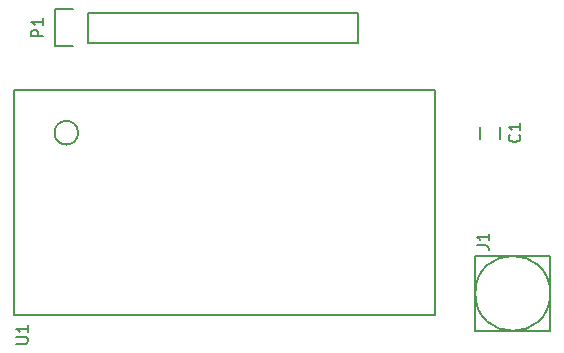
<source format=gto>
G04 #@! TF.FileFunction,Legend,Top*
%FSLAX46Y46*%
G04 Gerber Fmt 4.6, Leading zero omitted, Abs format (unit mm)*
G04 Created by KiCad (PCBNEW 4.0.1-stable) date Tisdag 26 Januari 2016 09:48:20*
%MOMM*%
G01*
G04 APERTURE LIST*
%ADD10C,0.100000*%
%ADD11C,0.150000*%
G04 APERTURE END LIST*
D10*
D11*
X180150000Y-110700000D02*
X180150000Y-109700000D01*
X178450000Y-109700000D02*
X178450000Y-110700000D01*
X145270000Y-100030000D02*
X168130000Y-100030000D01*
X168130000Y-100030000D02*
X168130000Y-102570000D01*
X168130000Y-102570000D02*
X145270000Y-102570000D01*
X142450000Y-99750000D02*
X144000000Y-99750000D01*
X145270000Y-100030000D02*
X145270000Y-102570000D01*
X144000000Y-102850000D02*
X142450000Y-102850000D01*
X142450000Y-102850000D02*
X142450000Y-99750000D01*
X144400000Y-110200000D02*
G75*
G03X144400000Y-110200000I-1000000J0D01*
G01*
X139000000Y-106600000D02*
X174600000Y-106600000D01*
X174600000Y-106800000D02*
X174600000Y-106600000D01*
X174600000Y-125600000D02*
X139000000Y-125600000D01*
X139000000Y-125600000D02*
X139000000Y-106600000D01*
X174600000Y-106780000D02*
X174600000Y-125580000D01*
X184375000Y-123800000D02*
G75*
G03X184375000Y-123800000I-3175000J0D01*
G01*
X184375000Y-120625000D02*
X178025000Y-120625000D01*
X178025000Y-120625000D02*
X178025000Y-126975000D01*
X178025000Y-126975000D02*
X184375000Y-126975000D01*
X184375000Y-126975000D02*
X184375000Y-120625000D01*
X181757143Y-110366666D02*
X181804762Y-110414285D01*
X181852381Y-110557142D01*
X181852381Y-110652380D01*
X181804762Y-110795238D01*
X181709524Y-110890476D01*
X181614286Y-110938095D01*
X181423810Y-110985714D01*
X181280952Y-110985714D01*
X181090476Y-110938095D01*
X180995238Y-110890476D01*
X180900000Y-110795238D01*
X180852381Y-110652380D01*
X180852381Y-110557142D01*
X180900000Y-110414285D01*
X180947619Y-110366666D01*
X181852381Y-109414285D02*
X181852381Y-109985714D01*
X181852381Y-109700000D02*
X180852381Y-109700000D01*
X180995238Y-109795238D01*
X181090476Y-109890476D01*
X181138095Y-109985714D01*
X141452381Y-102038095D02*
X140452381Y-102038095D01*
X140452381Y-101657142D01*
X140500000Y-101561904D01*
X140547619Y-101514285D01*
X140642857Y-101466666D01*
X140785714Y-101466666D01*
X140880952Y-101514285D01*
X140928571Y-101561904D01*
X140976190Y-101657142D01*
X140976190Y-102038095D01*
X141452381Y-100514285D02*
X141452381Y-101085714D01*
X141452381Y-100800000D02*
X140452381Y-100800000D01*
X140595238Y-100895238D01*
X140690476Y-100990476D01*
X140738095Y-101085714D01*
X139152381Y-128061905D02*
X139961905Y-128061905D01*
X140057143Y-128014286D01*
X140104762Y-127966667D01*
X140152381Y-127871429D01*
X140152381Y-127680952D01*
X140104762Y-127585714D01*
X140057143Y-127538095D01*
X139961905Y-127490476D01*
X139152381Y-127490476D01*
X140152381Y-126490476D02*
X140152381Y-127061905D01*
X140152381Y-126776191D02*
X139152381Y-126776191D01*
X139295238Y-126871429D01*
X139390476Y-126966667D01*
X139438095Y-127061905D01*
X178152381Y-119733333D02*
X178866667Y-119733333D01*
X179009524Y-119780953D01*
X179104762Y-119876191D01*
X179152381Y-120019048D01*
X179152381Y-120114286D01*
X179152381Y-118733333D02*
X179152381Y-119304762D01*
X179152381Y-119019048D02*
X178152381Y-119019048D01*
X178295238Y-119114286D01*
X178390476Y-119209524D01*
X178438095Y-119304762D01*
M02*

</source>
